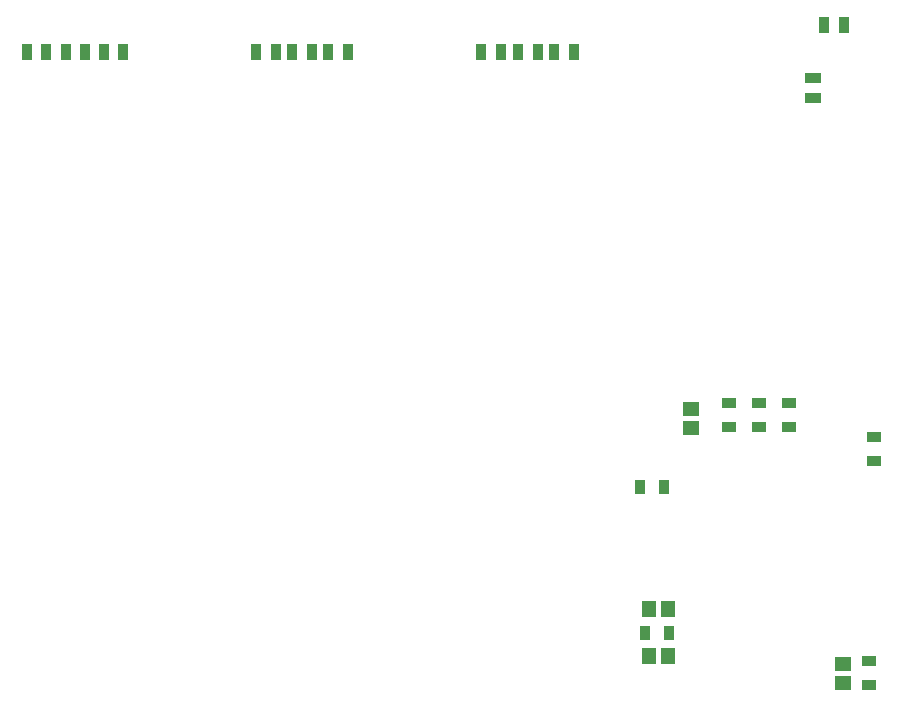
<source format=gbp>
G04*
G04 #@! TF.GenerationSoftware,Altium Limited,Altium Designer,24.6.1 (21)*
G04*
G04 Layer_Color=128*
%FSLAX25Y25*%
%MOIN*%
G70*
G04*
G04 #@! TF.SameCoordinates,5EFEE535-70E5-4D74-9779-55D0C0DC933D*
G04*
G04*
G04 #@! TF.FilePolarity,Positive*
G04*
G01*
G75*
%ADD20R,0.05733X0.05136*%
%ADD30R,0.05136X0.05733*%
%ADD31R,0.05315X0.03347*%
%ADD35R,0.03347X0.05315*%
%ADD105R,0.04749X0.03765*%
%ADD106R,0.03765X0.04749*%
D20*
X427500Y244872D02*
D03*
Y238528D02*
D03*
X478000Y160000D02*
D03*
Y153655D02*
D03*
D30*
X413328Y162600D02*
D03*
X419672D02*
D03*
X413428Y178300D02*
D03*
X419772D02*
D03*
D31*
X468000Y355248D02*
D03*
Y348752D02*
D03*
D35*
X357504Y364000D02*
D03*
X364000D02*
D03*
X288894D02*
D03*
X282398D02*
D03*
X381752D02*
D03*
X388248D02*
D03*
X218886D02*
D03*
X225382D02*
D03*
X478248Y373000D02*
D03*
X471752D02*
D03*
X205886Y364000D02*
D03*
X212382D02*
D03*
X231638D02*
D03*
X238134D02*
D03*
X300894D02*
D03*
X294398D02*
D03*
X369752D02*
D03*
X376248D02*
D03*
X312894D02*
D03*
X306398D02*
D03*
D105*
X488400Y235635D02*
D03*
Y227565D02*
D03*
X440000Y247035D02*
D03*
Y238965D02*
D03*
X460000Y247035D02*
D03*
Y238965D02*
D03*
X450000Y247035D02*
D03*
Y238965D02*
D03*
X486600Y152765D02*
D03*
Y160835D02*
D03*
D106*
X411965Y170200D02*
D03*
X420035D02*
D03*
X410265Y218900D02*
D03*
X418335D02*
D03*
M02*

</source>
